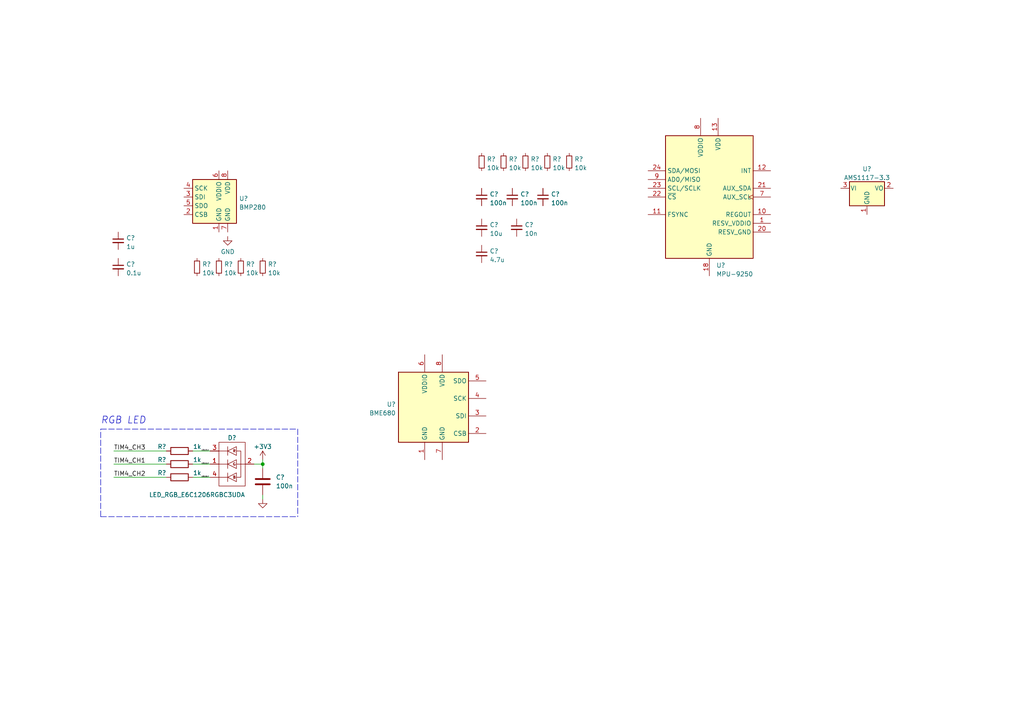
<source format=kicad_sch>
(kicad_sch (version 20211123) (generator eeschema)
  (paper "A4")
  (lib_symbols
    (symbol "Device:C" (pin_numbers hide) (pin_names (offset 0.254))
      (property "Reference" "C" (at 0.635 2.54 0))
      (property "Value" "C" (at 0.635 -2.54 0))
      (symbol "C_0_1"
        (polyline (pts (xy -2.032 -0.762) (xy 2.032 -0.762)) (stroke (width 0.508)))
        (polyline (pts (xy -2.032 0.762) (xy 2.032 0.762)) (stroke (width 0.508)))
      )
      (symbol "C_1_1"
        (pin passive line (at 0 3.81 270) (length 2.794) (name "~") (number "1"))
        (pin passive line (at 0 -3.81 90) (length 2.794) (name "~") (number "2"))
      )
    )
    (symbol "Device:C_Small" (pin_numbers hide) (pin_names (offset 0.254) hide)
      (property "Reference" "C" (at 0.254 1.778 0))
      (property "Value" "C_Small" (at 0.254 -2.032 0))
      (symbol "C_Small_0_1"
        (polyline (pts (xy -1.524 -0.508) (xy 1.524 -0.508)) (stroke (width 0.3302)))
        (polyline (pts (xy -1.524 0.508) (xy 1.524 0.508)) (stroke (width 0.3048)))
      )
      (symbol "C_Small_1_1"
        (pin passive line (at 0 2.54 270) (length 2.032) (name "~") (number "1"))
        (pin passive line (at 0 -2.54 90) (length 2.032) (name "~") (number "2"))
      )
    )
    (symbol "Device:R" (pin_numbers hide) (pin_names (offset 0))
      (property "Reference" "R" (at 2.032 0 90))
      (property "Value" "R" (at 0 0 90))
      (symbol "R_0_1"
        (rectangle (start -1.016 -2.54) (end 1.016 2.54) (stroke (width 0.254)))
      )
      (symbol "R_1_1"
        (pin passive line (at 0 3.81 270) (length 1.27) (name "~") (number "1"))
        (pin passive line (at 0 -3.81 90) (length 1.27) (name "~") (number "2"))
      )
    )
    (symbol "Device:R_Small" (pin_numbers hide) (pin_names (offset 0.254) hide)
      (property "Reference" "R" (at 0.762 0.508 0))
      (property "Value" "R_Small" (at 0.762 -1.016 0))
      (symbol "R_Small_0_1"
        (rectangle (start -0.762 1.778) (end 0.762 -1.778) (stroke (width 0.2032)))
      )
      (symbol "R_Small_1_1"
        (pin passive line (at 0 2.54 270) (length 0.762) (name "~") (number "1"))
        (pin passive line (at 0 -2.54 90) (length 0.762) (name "~") (number "2"))
      )
    )
    (symbol "Regulator_Linear:AMS1117-3.3" (pin_names (offset 0.254))
      (property "Reference" "U" (at -3.81 3.175 0))
      (property "Value" "AMS1117-3.3" (at 0 3.175 0))
      (symbol "AMS1117-3.3_0_1"
        (rectangle (start -5.08 -5.08) (end 5.08 1.905) (stroke (width 0.254)) (fill (type background)))
      )
      (symbol "AMS1117-3.3_1_1"
        (pin power_in line (at 0 -7.62 90) (length 2.54) (name "GND") (number "1"))
        (pin power_out line (at 7.62 0 180) (length 2.54) (name "VO") (number "2"))
        (pin power_in line (at -7.62 0 0) (length 2.54) (name "VI") (number "3"))
      )
    )
    (symbol "SchmillipKiCADLibrary:LED_RGB_E6C1206RGBC3UDA" (pin_names (offset 1.016))
      (property "Reference" "D" (at 0 7.62 0))
      (property "Value" "SchmillipKiCADLibrary_LED_RGB_E6C1206RGBC3UDA" (at 0 -7.62 0))
      (symbol "LED_RGB_E6C1206RGBC3UDA_0_0"
        (text "R" (at 0.635 3.81 0) (effects (font (size 0.762 0.762))))
      )
      (symbol "LED_RGB_E6C1206RGBC3UDA_0_1"
        (polyline (pts (xy -1.27 -3.81) (xy -3.81 -3.81)))
        (polyline (pts (xy -1.27 0) (xy -3.81 0)))
        (polyline (pts (xy -1.27 3.81) (xy -3.81 3.81)))
        (polyline (pts (xy -1.27 5.08) (xy -1.27 2.54)))
        (polyline (pts (xy 1.27 0) (xy 3.81 0)))
        (polyline (pts (xy 1.27 -3.81) (xy 2.54 -3.81) (xy 2.54 0)))
        (polyline (pts (xy 1.27 3.81) (xy 2.54 3.81) (xy 2.54 0)))
        (polyline (pts (xy 1.27 2.54) (xy 1.27 5.08) (xy -1.27 3.81) (xy 1.27 2.54)))
        (rectangle (start 3.81 -6.35) (end -3.81 6.35))
      )
      (symbol "LED_RGB_E6C1206RGBC3UDA_1_1"
        (polyline (pts (xy -1.27 -2.54) (xy -1.27 -5.08)))
        (polyline (pts (xy -1.27 1.27) (xy -1.27 -1.27)))
        (polyline (pts (xy 1.27 -5.08) (xy 1.27 -2.54) (xy -1.27 -3.81) (xy 1.27 -5.08)))
        (polyline (pts (xy 1.27 -1.27) (xy 1.27 1.27) (xy -1.27 0) (xy 1.27 -1.27)))
        (text "B" (at 0.635 -3.81 0) (effects (font (size 0.762 0.762))))
        (text "G" (at 0.635 0 0) (effects (font (size 0.762 0.762))))
        (pin power_in line (at -6.35 0 0) (length 2.54) (name "~") (number "1"))
        (pin power_in line (at 6.35 0 180) (length 2.54) (name "~") (number "2"))
        (pin power_in line (at -6.35 3.81 0) (length 2.54) (name "~") (number "3"))
        (pin power_in line (at -6.35 -3.81 0) (length 2.54) (name "~") (number "4"))
      )
    )
    (symbol "Sensor:BME680"
      (property "Reference" "U" (at -8.89 11.43 0))
      (property "Value" "BME680" (at 7.62 11.43 0))
      (symbol "BME680_0_1"
        (rectangle (start -10.16 10.16) (end 10.16 -10.16) (stroke (width 0.254)) (fill (type background)))
      )
      (symbol "BME680_1_1"
        (pin power_in line (at -2.54 -15.24 90) (length 5.08) (name "GND") (number "1"))
        (pin input line (at 15.24 -7.62 180) (length 5.08) (name "CSB") (number "2"))
        (pin bidirectional line (at 15.24 -2.54 180) (length 5.08) (name "SDI") (number "3"))
        (pin input line (at 15.24 2.54 180) (length 5.08) (name "SCK") (number "4"))
        (pin bidirectional line (at 15.24 7.62 180) (length 5.08) (name "SDO") (number "5"))
        (pin power_in line (at -2.54 15.24 270) (length 5.08) (name "VDDIO") (number "6"))
        (pin power_in line (at 2.54 -15.24 90) (length 5.08) (name "GND") (number "7"))
        (pin power_in line (at 2.54 15.24 270) (length 5.08) (name "VDD") (number "8"))
      )
    )
    (symbol "Sensor_Motion:MPU-9250"
      (property "Reference" "U" (at -11.43 19.05 0))
      (property "Value" "MPU-9250" (at 7.62 -19.05 0))
      (symbol "MPU-9250_0_1"
        (rectangle (start -12.7 17.78) (end 12.7 -17.78) (stroke (width 0.254)) (fill (type background)))
      )
      (symbol "MPU-9250_1_1"
        (pin input line (at 17.78 -7.62 180) (length 5.08) (name "RESV_VDDIO") (number "1"))
        (pin passive line (at 17.78 -5.08 180) (length 5.08) (name "REGOUT") (number "10"))
        (pin input line (at -17.78 -5.08 0) (length 5.08) (name "FSYNC") (number "11"))
        (pin output line (at 17.78 7.62 180) (length 5.08) (name "INT") (number "12"))
        (pin power_in line (at 2.54 22.86 270) (length 5.08) (name "VDD") (number "13"))
        (pin power_in line (at 0 -22.86 90) (length 5.08) (name "GND") (number "18"))
        (pin power_in line (at 17.78 -10.16 180) (length 5.08) (name "RESV_GND") (number "20"))
        (pin bidirectional line (at 17.78 2.54 180) (length 5.08) (name "AUX_SDA") (number "21"))
        (pin input line (at -17.78 0 0) (length 5.08) (name "~{CS}") (number "22"))
        (pin input line (at -17.78 2.54 0) (length 5.08) (name "SCL/SCLK") (number "23"))
        (pin bidirectional line (at -17.78 7.62 0) (length 5.08) (name "SDA/MOSI") (number "24"))
        (pin output clock (at 17.78 0 180) (length 5.08) (name "AUX_SCL") (number "7"))
        (pin power_in line (at -2.54 22.86 270) (length 5.08) (name "VDDIO") (number "8"))
        (pin bidirectional line (at -17.78 5.08 0) (length 5.08) (name "AD0/MISO") (number "9"))
      )
    )
    (symbol "Sensor_Pressure:BMP280"
      (property "Reference" "U" (at -7.62 10.16 0))
      (property "Value" "BMP280" (at 5.08 10.16 0))
      (symbol "BMP280_0_1"
        (rectangle (start -7.62 -5.08) (end 5.08 7.62) (stroke (width 0.254)) (fill (type background)))
      )
      (symbol "BMP280_1_1"
        (pin power_in line (at 0 -7.62 90) (length 2.54) (name "GND") (number "1"))
        (pin input line (at -10.16 -2.54 0) (length 2.54) (name "CSB") (number "2"))
        (pin bidirectional line (at -10.16 2.54 0) (length 2.54) (name "SDI") (number "3"))
        (pin input line (at -10.16 5.08 0) (length 2.54) (name "SCK") (number "4"))
        (pin bidirectional line (at -10.16 0 0) (length 2.54) (name "SDO") (number "5"))
        (pin power_in line (at 0 10.16 270) (length 2.54) (name "VDDIO") (number "6"))
        (pin power_in line (at 2.54 -7.62 90) (length 2.54) (name "GND") (number "7"))
        (pin power_in line (at 2.54 10.16 270) (length 2.54) (name "VDD") (number "8"))
      )
    )
    (symbol "power:+3V3" (power) (pin_names (offset 0))
      (property "Value" "+3V3" (at 0 3.556 0))
      (symbol "+3V3_0_1"
        (polyline (pts (xy -0.762 1.27) (xy 0 2.54)))
        (polyline (pts (xy 0 0) (xy 0 2.54)))
        (polyline (pts (xy 0 2.54) (xy 0.762 1.27)))
      )
      (symbol "+3V3_1_1"
        (pin power_in line (at 0 0 90) (length 0) hide (name "+3V3") (number "1"))
      )
    )
    (symbol "power:GND" (power) (pin_names (offset 0))
      (property "Value" "GND" (at 0 -3.81 0))
      (symbol "GND_0_1"
        (polyline (pts (xy 0 0) (xy 0 -1.27) (xy 1.27 -1.27) (xy 0 -2.54) (xy -1.27 -1.27) (xy 0 -1.27)))
      )
      (symbol "GND_1_1"
        (pin power_in line (at 0 0 270) (length 0) hide (name "GND") (number "1"))
      )
    )
  )
  (junction (at 76.2 134.62))
  (polyline (pts (xy 29.21 124.46) (xy 86.36 124.46)))
  (wire (pts (xy 76.2 144.78) (xy 76.2 143.51)))
  (wire (pts (xy 55.88 138.43) (xy 60.96 138.43)))
  (polyline (pts (xy 29.21 149.86) (xy 86.36 149.86)))
  (wire (pts (xy 48.26 130.81) (xy 33.02 130.81)))
  (wire (pts (xy 60.96 134.62) (xy 55.88 134.62)))
  (wire (pts (xy 55.88 130.81) (xy 60.96 130.81)))
  (wire (pts (xy 33.02 134.62) (xy 48.26 134.62)))
  (wire (pts (xy 73.66 134.62) (xy 76.2 134.62)))
  (wire (pts (xy 48.26 138.43) (xy 33.02 138.43)))
  (wire (pts (xy 76.2 134.62) (xy 76.2 135.89)))
  (polyline (pts (xy 86.36 124.46) (xy 86.36 149.86)))
  (wire (pts (xy 76.2 134.62) (xy 76.2 133.35)))
  (polyline (pts (xy 29.21 149.86) (xy 29.21 124.46)))
  (text "RGB LED" (at 29.21 123.19 0) (effects (font (size 2.0066 2.0066) italic) (justify left bottom)))
  (label "LED_R_K" (at 58.42 130.81 0) (effects (font (size 0.3302 0.3302))))
  (label "TIM4_CH2" (at 33.02 138.43 0))
  (label "TIM4_CH3" (at 33.02 130.81 0))
  (label "TIM4_CH1" (at 33.02 134.62 0))
  (label "LED_G_K" (at 58.42 134.62 0) (effects (font (size 0.3302 0.3302))))
  (label "LED_B_K" (at 58.42 138.43 0) (effects (font (size 0.3302 0.3302))))
  (symbol (lib_id "Sensor_Motion:MPU-9250") (at 205.74 57.15 0) (unit 1)
    (property "Reference" "U?" (at 207.7594 76.9604 0) (effects (justify left)))
    (property "Value" "MPU-9250" (at 207.7594 79.4973 0) (effects (justify left)))
    (property "Footprint" "Sensor_Motion:InvenSense_QFN-24_3x3mm_P0.4mm" (effects hide))
    (property "Datasheet" "https://store.invensense.com/datasheets/invensense/MPU9250REV1.0.pdf" (effects hide))
  )
  (symbol (lib_id "Device:R") (at 52.07 138.43 90) (unit 1)
    (property "Reference" "R?" (at 48.26 137.16 90) (effects (justify left)))
    (property "Value" "1k" (at 58.42 137.16 90) (effects (justify left)))
    (property "Footprint" "Resistor_SMD:R_0402_1005Metric" (effects hide))
  )
  (symbol (lib_id "Device:C_Small") (at 148.59 57.15 0) (unit 1)
    (property "Reference" "C?" (at 150.9141 56.3216 0) (effects (justify left)))
    (property "Value" "100n" (at 150.9141 58.8585 0) (effects (justify left)))
  )
  (symbol (lib_id "Sensor_Pressure:BMP280") (at 63.5 59.69 0) (unit 1)
    (property "Reference" "U?" (at 69.342 57.5853 0) (effects (justify left)))
    (property "Value" "BMP280" (at 69.342 60.1222 0) (effects (justify left)))
    (property "Footprint" "Package_LGA:Bosch_LGA-8_2x2.5mm_P0.65mm_ClockwisePinNumbering" (effects hide))
    (property "Datasheet" "https://ae-bst.resource.bosch.com/media/_tech/media/datasheets/BST-BMP280-DS001.pdf" (effects hide))
  )
  (symbol (lib_id "Device:C_Small") (at 139.7 73.66 0) (unit 1)
    (property "Reference" "C?" (at 142.0241 72.8316 0) (effects (justify left)))
    (property "Value" "4.7u" (at 142.0241 75.3685 0) (effects (justify left)))
  )
  (symbol (lib_id "Device:R_Small") (at 165.1 46.99 0) (unit 1)
    (property "Reference" "R?" (at 166.5986 46.1553 0) (effects (justify left)))
    (property "Value" "10k" (at 166.5986 48.6922 0) (effects (justify left)))
  )
  (symbol (lib_id "Device:C_Small") (at 139.7 57.15 0) (unit 1)
    (property "Reference" "C?" (at 142.0241 56.3216 0) (effects (justify left)))
    (property "Value" "100n" (at 142.0241 58.8585 0) (effects (justify left)))
  )
  (symbol (lib_id "Sensor:BME680") (at 125.73 118.11 0) (unit 1)
    (property "Reference" "U?" (at 114.808 117.2753 0) (effects (justify right)))
    (property "Value" "BME680" (at 114.808 119.8122 0) (effects (justify right)))
    (property "Footprint" "Package_LGA:Bosch_LGA-8_3x3mm_P0.8mm_ClockwisePinNumbering" (effects hide))
    (property "Datasheet" "https://ae-bst.resource.bosch.com/media/_tech/media/datasheets/BST-BME680-DS001.pdf" (effects hide))
  )
  (symbol (lib_id "Device:R_Small") (at 139.7 46.99 0) (unit 1)
    (property "Reference" "R?" (at 141.1986 46.1553 0) (effects (justify left)))
    (property "Value" "10k" (at 141.1986 48.6922 0) (effects (justify left)))
  )
  (symbol (lib_id "Device:R") (at 52.07 130.81 90) (unit 1)
    (property "Reference" "R?" (at 48.26 129.54 90) (effects (justify left)))
    (property "Value" "1k" (at 58.42 129.54 90) (effects (justify left)))
    (property "Footprint" "Resistor_SMD:R_0402_1005Metric" (effects hide))
  )
  (symbol (lib_id "Device:C_Small") (at 34.29 69.85 0) (unit 1)
    (property "Reference" "C?" (at 36.6141 69.0216 0) (effects (justify left)))
    (property "Value" "1u" (at 36.6141 71.5585 0) (effects (justify left)))
  )
  (symbol (lib_id "Device:R_Small") (at 158.75 46.99 0) (unit 1)
    (property "Reference" "R?" (at 160.2486 46.1553 0) (effects (justify left)))
    (property "Value" "10k" (at 160.2486 48.6922 0) (effects (justify left)))
  )
  (symbol (lib_id "Device:R") (at 52.07 134.62 90) (unit 1)
    (property "Reference" "R?" (at 48.26 133.35 90) (effects (justify left)))
    (property "Value" "1k" (at 58.42 133.35 90) (effects (justify left)))
    (property "Footprint" "Resistor_SMD:R_0402_1005Metric" (effects hide))
  )
  (symbol (lib_id "SchmillipKiCADLibrary:LED_RGB_E6C1206RGBC3UDA") (at 67.31 134.62 0) (unit 1)
    (property "Reference" "D?" (at 67.31 127 0))
    (property "Value" "LED_RGB_E6C1206RGBC3UDA" (at 57.15 143.51 0))
    (property "Footprint" "LED_SMD:LED_Cree-PLCC4_2x2mm_CW" (effects hide))
  )
  (symbol (lib_id "Device:C_Small") (at 157.48 57.15 0) (unit 1)
    (property "Reference" "C?" (at 159.8041 56.3216 0) (effects (justify left)))
    (property "Value" "100n" (at 159.8041 58.8585 0) (effects (justify left)))
  )
  (symbol (lib_id "Regulator_Linear:AMS1117-3.3") (at 251.46 54.61 0) (unit 1)
    (property "Reference" "U?" (at 251.46 49.0052 0))
    (property "Value" "AMS1117-3.3" (at 251.46 51.5421 0))
    (property "Footprint" "Package_TO_SOT_SMD:SOT-223-3_TabPin2" (effects hide))
    (property "Datasheet" "http://www.advanced-monolithic.com/pdf/ds1117.pdf" (effects hide))
  )
  (symbol (lib_id "Device:R_Small") (at 63.5 77.47 0) (unit 1)
    (property "Reference" "R?" (at 64.9986 76.6353 0) (effects (justify left)))
    (property "Value" "10k" (at 64.9986 79.1722 0) (effects (justify left)))
  )
  (symbol (lib_id "power:+3V3") (at 76.2 133.35 0) (mirror y) (unit 1)
    (property "Reference" "#PWR?" (effects hide))
    (property "Value" "+3V3" (at 76.2 129.54 0))
  )
  (symbol (lib_id "Device:C_Small") (at 149.86 66.04 0) (unit 1)
    (property "Reference" "C?" (at 152.1841 65.2116 0) (effects (justify left)))
    (property "Value" "10n" (at 152.1841 67.7485 0) (effects (justify left)))
  )
  (symbol (lib_id "Device:R_Small") (at 152.4 46.99 0) (unit 1)
    (property "Reference" "R?" (at 153.8986 46.1553 0) (effects (justify left)))
    (property "Value" "10k" (at 153.8986 48.6922 0) (effects (justify left)))
  )
  (symbol (lib_id "Device:C_Small") (at 34.29 77.47 0) (unit 1)
    (property "Reference" "C?" (at 36.6141 76.6416 0) (effects (justify left)))
    (property "Value" "0.1u" (at 36.6141 79.1785 0) (effects (justify left)))
  )
  (symbol (lib_id "Device:C_Small") (at 139.7 66.04 0) (unit 1)
    (property "Reference" "C?" (at 142.0241 65.2116 0) (effects (justify left)))
    (property "Value" "10u" (at 142.0241 67.7485 0) (effects (justify left)))
  )
  (symbol (lib_id "Device:R_Small") (at 57.15 77.47 0) (unit 1)
    (property "Reference" "R?" (at 58.6486 76.6353 0) (effects (justify left)))
    (property "Value" "10k" (at 58.6486 79.1722 0) (effects (justify left)))
  )
  (symbol (lib_id "Device:C") (at 76.2 139.7 0) (unit 1)
    (property "Reference" "C?" (at 80.01 138.43 0) (effects (justify left)))
    (property "Value" "100n" (at 80.01 140.97 0) (effects (justify left)))
    (property "Footprint" "Capacitor_SMD:C_0402_1005Metric" (effects hide))
  )
  (symbol (lib_id "Device:R_Small") (at 146.05 46.99 0) (unit 1)
    (property "Reference" "R?" (at 147.5486 46.1553 0) (effects (justify left)))
    (property "Value" "10k" (at 147.5486 48.6922 0) (effects (justify left)))
  )
  (symbol (lib_id "Device:R_Small") (at 76.2 77.47 0) (unit 1)
    (property "Reference" "R?" (at 77.6986 76.6353 0) (effects (justify left)))
    (property "Value" "10k" (at 77.6986 79.1722 0) (effects (justify left)))
  )
  (symbol (lib_id "Device:R_Small") (at 69.85 77.47 0) (unit 1)
    (property "Reference" "R?" (at 71.3486 76.6353 0) (effects (justify left)))
    (property "Value" "10k" (at 71.3486 79.1722 0) (effects (justify left)))
  )
  (symbol (lib_id "power:GND") (at 76.2 144.78 0) (unit 1)
    (property "Reference" "#PWR?" (effects hide))
    (property "Value" "GND" (effects hide))
  )
  (symbol (lib_id "power:GND") (at 66.04 68.58 0) (unit 1)
    (property "Reference" "#PWR?" (effects hide))
    (property "Value" "GND" (at 66.04 73.0234 0))
  )
)
</source>
